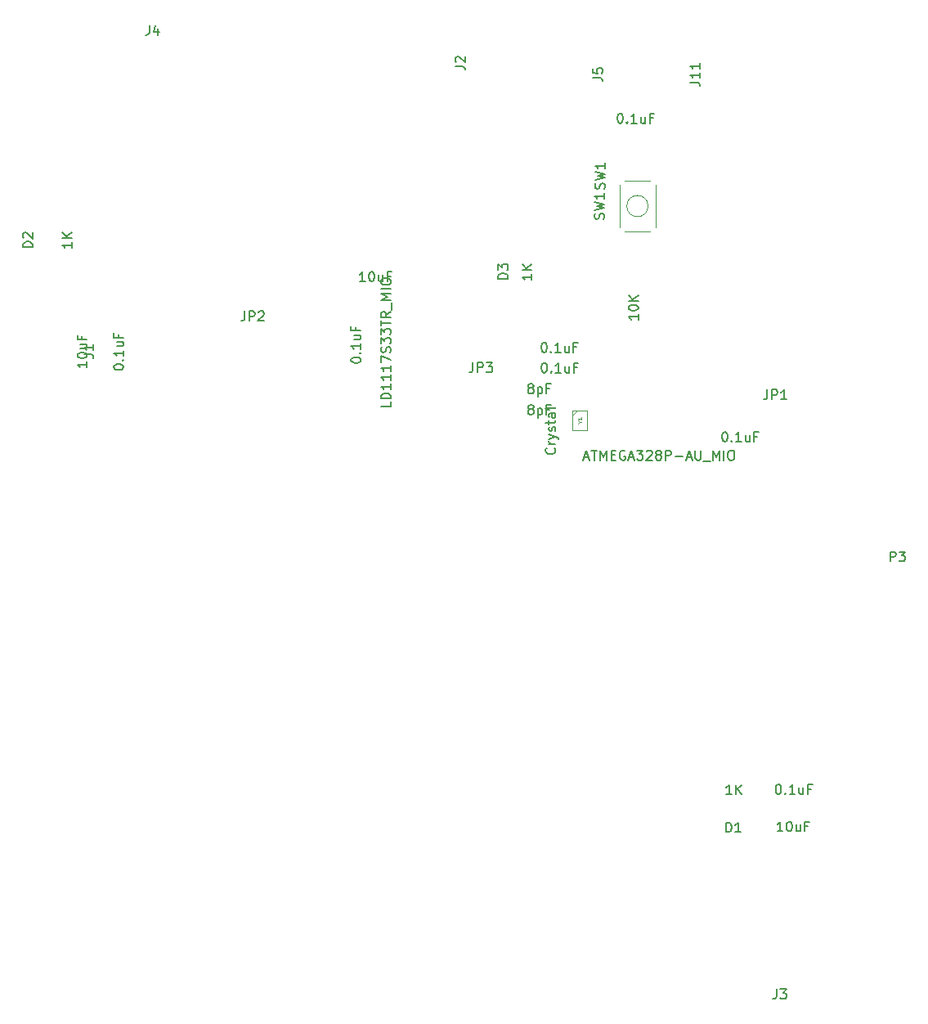
<source format=gbr>
G04 #@! TF.FileFunction,Other,Fab,Top*
%FSLAX46Y46*%
G04 Gerber Fmt 4.6, Leading zero omitted, Abs format (unit mm)*
G04 Created by KiCad (PCBNEW 4.0.6) date 10/03/17 07:00:37*
%MOMM*%
%LPD*%
G01*
G04 APERTURE LIST*
%ADD10C,0.100000*%
%ADD11C,0.150000*%
G04 APERTURE END LIST*
D10*
X144370000Y-61290000D02*
X142870000Y-61290000D01*
X142870000Y-61290000D02*
X142870000Y-63290000D01*
X142870000Y-63290000D02*
X144370000Y-63290000D01*
X144370000Y-63290000D02*
X144370000Y-61290000D01*
X143370000Y-61290000D02*
X142870000Y-61790000D01*
X147730000Y-42320000D02*
X147730000Y-37920000D01*
X148280000Y-37520000D02*
X150880000Y-37520000D01*
X151430000Y-37920000D02*
X151430000Y-42320000D01*
X150880000Y-42720000D02*
X148280000Y-42720000D01*
X150680000Y-40120000D02*
G75*
G03X150680000Y-40120000I-1100000J0D01*
G01*
D11*
X124020381Y-60379047D02*
X124020381Y-60855238D01*
X123020381Y-60855238D01*
X124020381Y-60045714D02*
X123020381Y-60045714D01*
X123020381Y-59807619D01*
X123068000Y-59664761D01*
X123163238Y-59569523D01*
X123258476Y-59521904D01*
X123448952Y-59474285D01*
X123591810Y-59474285D01*
X123782286Y-59521904D01*
X123877524Y-59569523D01*
X123972762Y-59664761D01*
X124020381Y-59807619D01*
X124020381Y-60045714D01*
X124020381Y-58521904D02*
X124020381Y-59093333D01*
X124020381Y-58807619D02*
X123020381Y-58807619D01*
X123163238Y-58902857D01*
X123258476Y-58998095D01*
X123306095Y-59093333D01*
X124020381Y-57569523D02*
X124020381Y-58140952D01*
X124020381Y-57855238D02*
X123020381Y-57855238D01*
X123163238Y-57950476D01*
X123258476Y-58045714D01*
X123306095Y-58140952D01*
X124020381Y-56617142D02*
X124020381Y-57188571D01*
X124020381Y-56902857D02*
X123020381Y-56902857D01*
X123163238Y-56998095D01*
X123258476Y-57093333D01*
X123306095Y-57188571D01*
X123020381Y-56283809D02*
X123020381Y-55617142D01*
X124020381Y-56045714D01*
X123972762Y-55283809D02*
X124020381Y-55140952D01*
X124020381Y-54902856D01*
X123972762Y-54807618D01*
X123925143Y-54759999D01*
X123829905Y-54712380D01*
X123734667Y-54712380D01*
X123639429Y-54759999D01*
X123591810Y-54807618D01*
X123544190Y-54902856D01*
X123496571Y-55093333D01*
X123448952Y-55188571D01*
X123401333Y-55236190D01*
X123306095Y-55283809D01*
X123210857Y-55283809D01*
X123115619Y-55236190D01*
X123068000Y-55188571D01*
X123020381Y-55093333D01*
X123020381Y-54855237D01*
X123068000Y-54712380D01*
X123020381Y-54379047D02*
X123020381Y-53759999D01*
X123401333Y-54093333D01*
X123401333Y-53950475D01*
X123448952Y-53855237D01*
X123496571Y-53807618D01*
X123591810Y-53759999D01*
X123829905Y-53759999D01*
X123925143Y-53807618D01*
X123972762Y-53855237D01*
X124020381Y-53950475D01*
X124020381Y-54236190D01*
X123972762Y-54331428D01*
X123925143Y-54379047D01*
X123020381Y-53426666D02*
X123020381Y-52807618D01*
X123401333Y-53140952D01*
X123401333Y-52998094D01*
X123448952Y-52902856D01*
X123496571Y-52855237D01*
X123591810Y-52807618D01*
X123829905Y-52807618D01*
X123925143Y-52855237D01*
X123972762Y-52902856D01*
X124020381Y-52998094D01*
X124020381Y-53283809D01*
X123972762Y-53379047D01*
X123925143Y-53426666D01*
X123020381Y-52521904D02*
X123020381Y-51950475D01*
X124020381Y-52236190D02*
X123020381Y-52236190D01*
X124020381Y-51045713D02*
X123544190Y-51379047D01*
X124020381Y-51617142D02*
X123020381Y-51617142D01*
X123020381Y-51236189D01*
X123068000Y-51140951D01*
X123115619Y-51093332D01*
X123210857Y-51045713D01*
X123353714Y-51045713D01*
X123448952Y-51093332D01*
X123496571Y-51140951D01*
X123544190Y-51236189D01*
X123544190Y-51617142D01*
X124115619Y-50855237D02*
X124115619Y-50093332D01*
X124020381Y-49855237D02*
X123020381Y-49855237D01*
X123734667Y-49521903D01*
X123020381Y-49188570D01*
X124020381Y-49188570D01*
X124020381Y-48712380D02*
X123020381Y-48712380D01*
X123020381Y-48045714D02*
X123020381Y-47855237D01*
X123068000Y-47759999D01*
X123163238Y-47664761D01*
X123353714Y-47617142D01*
X123687048Y-47617142D01*
X123877524Y-47664761D01*
X123972762Y-47759999D01*
X124020381Y-47855237D01*
X124020381Y-48045714D01*
X123972762Y-48140952D01*
X123877524Y-48236190D01*
X123687048Y-48283809D01*
X123353714Y-48283809D01*
X123163238Y-48236190D01*
X123068000Y-48140952D01*
X123020381Y-48045714D01*
X95352381Y-56832857D02*
X95352381Y-56737618D01*
X95400000Y-56642380D01*
X95447619Y-56594761D01*
X95542857Y-56547142D01*
X95733333Y-56499523D01*
X95971429Y-56499523D01*
X96161905Y-56547142D01*
X96257143Y-56594761D01*
X96304762Y-56642380D01*
X96352381Y-56737618D01*
X96352381Y-56832857D01*
X96304762Y-56928095D01*
X96257143Y-56975714D01*
X96161905Y-57023333D01*
X95971429Y-57070952D01*
X95733333Y-57070952D01*
X95542857Y-57023333D01*
X95447619Y-56975714D01*
X95400000Y-56928095D01*
X95352381Y-56832857D01*
X96257143Y-56070952D02*
X96304762Y-56023333D01*
X96352381Y-56070952D01*
X96304762Y-56118571D01*
X96257143Y-56070952D01*
X96352381Y-56070952D01*
X96352381Y-55070952D02*
X96352381Y-55642381D01*
X96352381Y-55356667D02*
X95352381Y-55356667D01*
X95495238Y-55451905D01*
X95590476Y-55547143D01*
X95638095Y-55642381D01*
X95685714Y-54213809D02*
X96352381Y-54213809D01*
X95685714Y-54642381D02*
X96209524Y-54642381D01*
X96304762Y-54594762D01*
X96352381Y-54499524D01*
X96352381Y-54356666D01*
X96304762Y-54261428D01*
X96257143Y-54213809D01*
X95828571Y-53404285D02*
X95828571Y-53737619D01*
X96352381Y-53737619D02*
X95352381Y-53737619D01*
X95352381Y-53261428D01*
X92572381Y-56241428D02*
X92572381Y-56812857D01*
X92572381Y-56527143D02*
X91572381Y-56527143D01*
X91715238Y-56622381D01*
X91810476Y-56717619D01*
X91858095Y-56812857D01*
X91572381Y-55622381D02*
X91572381Y-55527142D01*
X91620000Y-55431904D01*
X91667619Y-55384285D01*
X91762857Y-55336666D01*
X91953333Y-55289047D01*
X92191429Y-55289047D01*
X92381905Y-55336666D01*
X92477143Y-55384285D01*
X92524762Y-55431904D01*
X92572381Y-55527142D01*
X92572381Y-55622381D01*
X92524762Y-55717619D01*
X92477143Y-55765238D01*
X92381905Y-55812857D01*
X92191429Y-55860476D01*
X91953333Y-55860476D01*
X91762857Y-55812857D01*
X91667619Y-55765238D01*
X91620000Y-55717619D01*
X91572381Y-55622381D01*
X91905714Y-54431904D02*
X92572381Y-54431904D01*
X91905714Y-54860476D02*
X92429524Y-54860476D01*
X92524762Y-54812857D01*
X92572381Y-54717619D01*
X92572381Y-54574761D01*
X92524762Y-54479523D01*
X92477143Y-54431904D01*
X92048571Y-53622380D02*
X92048571Y-53955714D01*
X92572381Y-53955714D02*
X91572381Y-53955714D01*
X91572381Y-53479523D01*
X86932381Y-44378095D02*
X85932381Y-44378095D01*
X85932381Y-44140000D01*
X85980000Y-43997142D01*
X86075238Y-43901904D01*
X86170476Y-43854285D01*
X86360952Y-43806666D01*
X86503810Y-43806666D01*
X86694286Y-43854285D01*
X86789524Y-43901904D01*
X86884762Y-43997142D01*
X86932381Y-44140000D01*
X86932381Y-44378095D01*
X86027619Y-43425714D02*
X85980000Y-43378095D01*
X85932381Y-43282857D01*
X85932381Y-43044761D01*
X85980000Y-42949523D01*
X86027619Y-42901904D01*
X86122857Y-42854285D01*
X86218095Y-42854285D01*
X86360952Y-42901904D01*
X86932381Y-43473333D01*
X86932381Y-42854285D01*
X91002381Y-43864285D02*
X91002381Y-44435714D01*
X91002381Y-44150000D02*
X90002381Y-44150000D01*
X90145238Y-44245238D01*
X90240476Y-44340476D01*
X90288095Y-44435714D01*
X91002381Y-43435714D02*
X90002381Y-43435714D01*
X91002381Y-42864285D02*
X90430952Y-43292857D01*
X90002381Y-42864285D02*
X90573810Y-43435714D01*
X144054286Y-66136667D02*
X144530477Y-66136667D01*
X143959048Y-66422381D02*
X144292381Y-65422381D01*
X144625715Y-66422381D01*
X144816191Y-65422381D02*
X145387620Y-65422381D01*
X145101905Y-66422381D02*
X145101905Y-65422381D01*
X145720953Y-66422381D02*
X145720953Y-65422381D01*
X146054287Y-66136667D01*
X146387620Y-65422381D01*
X146387620Y-66422381D01*
X146863810Y-65898571D02*
X147197144Y-65898571D01*
X147340001Y-66422381D02*
X146863810Y-66422381D01*
X146863810Y-65422381D01*
X147340001Y-65422381D01*
X148292382Y-65470000D02*
X148197144Y-65422381D01*
X148054287Y-65422381D01*
X147911429Y-65470000D01*
X147816191Y-65565238D01*
X147768572Y-65660476D01*
X147720953Y-65850952D01*
X147720953Y-65993810D01*
X147768572Y-66184286D01*
X147816191Y-66279524D01*
X147911429Y-66374762D01*
X148054287Y-66422381D01*
X148149525Y-66422381D01*
X148292382Y-66374762D01*
X148340001Y-66327143D01*
X148340001Y-65993810D01*
X148149525Y-65993810D01*
X148720953Y-66136667D02*
X149197144Y-66136667D01*
X148625715Y-66422381D02*
X148959048Y-65422381D01*
X149292382Y-66422381D01*
X149530477Y-65422381D02*
X150149525Y-65422381D01*
X149816191Y-65803333D01*
X149959049Y-65803333D01*
X150054287Y-65850952D01*
X150101906Y-65898571D01*
X150149525Y-65993810D01*
X150149525Y-66231905D01*
X150101906Y-66327143D01*
X150054287Y-66374762D01*
X149959049Y-66422381D01*
X149673334Y-66422381D01*
X149578096Y-66374762D01*
X149530477Y-66327143D01*
X150530477Y-65517619D02*
X150578096Y-65470000D01*
X150673334Y-65422381D01*
X150911430Y-65422381D01*
X151006668Y-65470000D01*
X151054287Y-65517619D01*
X151101906Y-65612857D01*
X151101906Y-65708095D01*
X151054287Y-65850952D01*
X150482858Y-66422381D01*
X151101906Y-66422381D01*
X151673334Y-65850952D02*
X151578096Y-65803333D01*
X151530477Y-65755714D01*
X151482858Y-65660476D01*
X151482858Y-65612857D01*
X151530477Y-65517619D01*
X151578096Y-65470000D01*
X151673334Y-65422381D01*
X151863811Y-65422381D01*
X151959049Y-65470000D01*
X152006668Y-65517619D01*
X152054287Y-65612857D01*
X152054287Y-65660476D01*
X152006668Y-65755714D01*
X151959049Y-65803333D01*
X151863811Y-65850952D01*
X151673334Y-65850952D01*
X151578096Y-65898571D01*
X151530477Y-65946190D01*
X151482858Y-66041429D01*
X151482858Y-66231905D01*
X151530477Y-66327143D01*
X151578096Y-66374762D01*
X151673334Y-66422381D01*
X151863811Y-66422381D01*
X151959049Y-66374762D01*
X152006668Y-66327143D01*
X152054287Y-66231905D01*
X152054287Y-66041429D01*
X152006668Y-65946190D01*
X151959049Y-65898571D01*
X151863811Y-65850952D01*
X152482858Y-66422381D02*
X152482858Y-65422381D01*
X152863811Y-65422381D01*
X152959049Y-65470000D01*
X153006668Y-65517619D01*
X153054287Y-65612857D01*
X153054287Y-65755714D01*
X153006668Y-65850952D01*
X152959049Y-65898571D01*
X152863811Y-65946190D01*
X152482858Y-65946190D01*
X153482858Y-66041429D02*
X154244763Y-66041429D01*
X154673334Y-66136667D02*
X155149525Y-66136667D01*
X154578096Y-66422381D02*
X154911429Y-65422381D01*
X155244763Y-66422381D01*
X155578096Y-65422381D02*
X155578096Y-66231905D01*
X155625715Y-66327143D01*
X155673334Y-66374762D01*
X155768572Y-66422381D01*
X155959049Y-66422381D01*
X156054287Y-66374762D01*
X156101906Y-66327143D01*
X156149525Y-66231905D01*
X156149525Y-65422381D01*
X156387620Y-66517619D02*
X157149525Y-66517619D01*
X157387620Y-66422381D02*
X157387620Y-65422381D01*
X157720954Y-66136667D01*
X158054287Y-65422381D01*
X158054287Y-66422381D01*
X158530477Y-66422381D02*
X158530477Y-65422381D01*
X159197143Y-65422381D02*
X159387620Y-65422381D01*
X159482858Y-65470000D01*
X159578096Y-65565238D01*
X159625715Y-65755714D01*
X159625715Y-66089048D01*
X159578096Y-66279524D01*
X159482858Y-66374762D01*
X159387620Y-66422381D01*
X159197143Y-66422381D01*
X159101905Y-66374762D01*
X159006667Y-66279524D01*
X158959048Y-66089048D01*
X158959048Y-65755714D01*
X159006667Y-65565238D01*
X159101905Y-65470000D01*
X159197143Y-65422381D01*
X119932381Y-56102857D02*
X119932381Y-56007618D01*
X119980000Y-55912380D01*
X120027619Y-55864761D01*
X120122857Y-55817142D01*
X120313333Y-55769523D01*
X120551429Y-55769523D01*
X120741905Y-55817142D01*
X120837143Y-55864761D01*
X120884762Y-55912380D01*
X120932381Y-56007618D01*
X120932381Y-56102857D01*
X120884762Y-56198095D01*
X120837143Y-56245714D01*
X120741905Y-56293333D01*
X120551429Y-56340952D01*
X120313333Y-56340952D01*
X120122857Y-56293333D01*
X120027619Y-56245714D01*
X119980000Y-56198095D01*
X119932381Y-56102857D01*
X120837143Y-55340952D02*
X120884762Y-55293333D01*
X120932381Y-55340952D01*
X120884762Y-55388571D01*
X120837143Y-55340952D01*
X120932381Y-55340952D01*
X120932381Y-54340952D02*
X120932381Y-54912381D01*
X120932381Y-54626667D02*
X119932381Y-54626667D01*
X120075238Y-54721905D01*
X120170476Y-54817143D01*
X120218095Y-54912381D01*
X120265714Y-53483809D02*
X120932381Y-53483809D01*
X120265714Y-53912381D02*
X120789524Y-53912381D01*
X120884762Y-53864762D01*
X120932381Y-53769524D01*
X120932381Y-53626666D01*
X120884762Y-53531428D01*
X120837143Y-53483809D01*
X120408571Y-52674285D02*
X120408571Y-53007619D01*
X120932381Y-53007619D02*
X119932381Y-53007619D01*
X119932381Y-52531428D01*
X121378572Y-47912381D02*
X120807143Y-47912381D01*
X121092857Y-47912381D02*
X121092857Y-46912381D01*
X120997619Y-47055238D01*
X120902381Y-47150476D01*
X120807143Y-47198095D01*
X121997619Y-46912381D02*
X122092858Y-46912381D01*
X122188096Y-46960000D01*
X122235715Y-47007619D01*
X122283334Y-47102857D01*
X122330953Y-47293333D01*
X122330953Y-47531429D01*
X122283334Y-47721905D01*
X122235715Y-47817143D01*
X122188096Y-47864762D01*
X122092858Y-47912381D01*
X121997619Y-47912381D01*
X121902381Y-47864762D01*
X121854762Y-47817143D01*
X121807143Y-47721905D01*
X121759524Y-47531429D01*
X121759524Y-47293333D01*
X121807143Y-47102857D01*
X121854762Y-47007619D01*
X121902381Y-46960000D01*
X121997619Y-46912381D01*
X123188096Y-47245714D02*
X123188096Y-47912381D01*
X122759524Y-47245714D02*
X122759524Y-47769524D01*
X122807143Y-47864762D01*
X122902381Y-47912381D01*
X123045239Y-47912381D01*
X123140477Y-47864762D01*
X123188096Y-47817143D01*
X123997620Y-47388571D02*
X123664286Y-47388571D01*
X123664286Y-47912381D02*
X123664286Y-46912381D01*
X124140477Y-46912381D01*
X158751905Y-104922381D02*
X158751905Y-103922381D01*
X158990000Y-103922381D01*
X159132858Y-103970000D01*
X159228096Y-104065238D01*
X159275715Y-104160476D01*
X159323334Y-104350952D01*
X159323334Y-104493810D01*
X159275715Y-104684286D01*
X159228096Y-104779524D01*
X159132858Y-104874762D01*
X158990000Y-104922381D01*
X158751905Y-104922381D01*
X160275715Y-104922381D02*
X159704286Y-104922381D01*
X159990000Y-104922381D02*
X159990000Y-103922381D01*
X159894762Y-104065238D01*
X159799524Y-104160476D01*
X159704286Y-104208095D01*
X159345715Y-101032381D02*
X158774286Y-101032381D01*
X159060000Y-101032381D02*
X159060000Y-100032381D01*
X158964762Y-100175238D01*
X158869524Y-100270476D01*
X158774286Y-100318095D01*
X159774286Y-101032381D02*
X159774286Y-100032381D01*
X160345715Y-101032381D02*
X159917143Y-100460952D01*
X160345715Y-100032381D02*
X159774286Y-100603810D01*
X158567143Y-63492381D02*
X158662382Y-63492381D01*
X158757620Y-63540000D01*
X158805239Y-63587619D01*
X158852858Y-63682857D01*
X158900477Y-63873333D01*
X158900477Y-64111429D01*
X158852858Y-64301905D01*
X158805239Y-64397143D01*
X158757620Y-64444762D01*
X158662382Y-64492381D01*
X158567143Y-64492381D01*
X158471905Y-64444762D01*
X158424286Y-64397143D01*
X158376667Y-64301905D01*
X158329048Y-64111429D01*
X158329048Y-63873333D01*
X158376667Y-63682857D01*
X158424286Y-63587619D01*
X158471905Y-63540000D01*
X158567143Y-63492381D01*
X159329048Y-64397143D02*
X159376667Y-64444762D01*
X159329048Y-64492381D01*
X159281429Y-64444762D01*
X159329048Y-64397143D01*
X159329048Y-64492381D01*
X160329048Y-64492381D02*
X159757619Y-64492381D01*
X160043333Y-64492381D02*
X160043333Y-63492381D01*
X159948095Y-63635238D01*
X159852857Y-63730476D01*
X159757619Y-63778095D01*
X161186191Y-63825714D02*
X161186191Y-64492381D01*
X160757619Y-63825714D02*
X160757619Y-64349524D01*
X160805238Y-64444762D01*
X160900476Y-64492381D01*
X161043334Y-64492381D01*
X161138572Y-64444762D01*
X161186191Y-64397143D01*
X161995715Y-63968571D02*
X161662381Y-63968571D01*
X161662381Y-64492381D02*
X161662381Y-63492381D01*
X162138572Y-63492381D01*
X139887143Y-56362381D02*
X139982382Y-56362381D01*
X140077620Y-56410000D01*
X140125239Y-56457619D01*
X140172858Y-56552857D01*
X140220477Y-56743333D01*
X140220477Y-56981429D01*
X140172858Y-57171905D01*
X140125239Y-57267143D01*
X140077620Y-57314762D01*
X139982382Y-57362381D01*
X139887143Y-57362381D01*
X139791905Y-57314762D01*
X139744286Y-57267143D01*
X139696667Y-57171905D01*
X139649048Y-56981429D01*
X139649048Y-56743333D01*
X139696667Y-56552857D01*
X139744286Y-56457619D01*
X139791905Y-56410000D01*
X139887143Y-56362381D01*
X140649048Y-57267143D02*
X140696667Y-57314762D01*
X140649048Y-57362381D01*
X140601429Y-57314762D01*
X140649048Y-57267143D01*
X140649048Y-57362381D01*
X141649048Y-57362381D02*
X141077619Y-57362381D01*
X141363333Y-57362381D02*
X141363333Y-56362381D01*
X141268095Y-56505238D01*
X141172857Y-56600476D01*
X141077619Y-56648095D01*
X142506191Y-56695714D02*
X142506191Y-57362381D01*
X142077619Y-56695714D02*
X142077619Y-57219524D01*
X142125238Y-57314762D01*
X142220476Y-57362381D01*
X142363334Y-57362381D01*
X142458572Y-57314762D01*
X142506191Y-57267143D01*
X143315715Y-56838571D02*
X142982381Y-56838571D01*
X142982381Y-57362381D02*
X142982381Y-56362381D01*
X143458572Y-56362381D01*
X139867143Y-54252381D02*
X139962382Y-54252381D01*
X140057620Y-54300000D01*
X140105239Y-54347619D01*
X140152858Y-54442857D01*
X140200477Y-54633333D01*
X140200477Y-54871429D01*
X140152858Y-55061905D01*
X140105239Y-55157143D01*
X140057620Y-55204762D01*
X139962382Y-55252381D01*
X139867143Y-55252381D01*
X139771905Y-55204762D01*
X139724286Y-55157143D01*
X139676667Y-55061905D01*
X139629048Y-54871429D01*
X139629048Y-54633333D01*
X139676667Y-54442857D01*
X139724286Y-54347619D01*
X139771905Y-54300000D01*
X139867143Y-54252381D01*
X140629048Y-55157143D02*
X140676667Y-55204762D01*
X140629048Y-55252381D01*
X140581429Y-55204762D01*
X140629048Y-55157143D01*
X140629048Y-55252381D01*
X141629048Y-55252381D02*
X141057619Y-55252381D01*
X141343333Y-55252381D02*
X141343333Y-54252381D01*
X141248095Y-54395238D01*
X141152857Y-54490476D01*
X141057619Y-54538095D01*
X142486191Y-54585714D02*
X142486191Y-55252381D01*
X142057619Y-54585714D02*
X142057619Y-55109524D01*
X142105238Y-55204762D01*
X142200476Y-55252381D01*
X142343334Y-55252381D01*
X142438572Y-55204762D01*
X142486191Y-55157143D01*
X143295715Y-54728571D02*
X142962381Y-54728571D01*
X142962381Y-55252381D02*
X142962381Y-54252381D01*
X143438572Y-54252381D01*
X108896667Y-51002381D02*
X108896667Y-51716667D01*
X108849047Y-51859524D01*
X108753809Y-51954762D01*
X108610952Y-52002381D01*
X108515714Y-52002381D01*
X109372857Y-52002381D02*
X109372857Y-51002381D01*
X109753810Y-51002381D01*
X109849048Y-51050000D01*
X109896667Y-51097619D01*
X109944286Y-51192857D01*
X109944286Y-51335714D01*
X109896667Y-51430952D01*
X109849048Y-51478571D01*
X109753810Y-51526190D01*
X109372857Y-51526190D01*
X110325238Y-51097619D02*
X110372857Y-51050000D01*
X110468095Y-51002381D01*
X110706191Y-51002381D01*
X110801429Y-51050000D01*
X110849048Y-51097619D01*
X110896667Y-51192857D01*
X110896667Y-51288095D01*
X110849048Y-51430952D01*
X110277619Y-52002381D01*
X110896667Y-52002381D01*
X132546667Y-56322381D02*
X132546667Y-57036667D01*
X132499047Y-57179524D01*
X132403809Y-57274762D01*
X132260952Y-57322381D01*
X132165714Y-57322381D01*
X133022857Y-57322381D02*
X133022857Y-56322381D01*
X133403810Y-56322381D01*
X133499048Y-56370000D01*
X133546667Y-56417619D01*
X133594286Y-56512857D01*
X133594286Y-56655714D01*
X133546667Y-56750952D01*
X133499048Y-56798571D01*
X133403810Y-56846190D01*
X133022857Y-56846190D01*
X133927619Y-56322381D02*
X134546667Y-56322381D01*
X134213333Y-56703333D01*
X134356191Y-56703333D01*
X134451429Y-56750952D01*
X134499048Y-56798571D01*
X134546667Y-56893810D01*
X134546667Y-57131905D01*
X134499048Y-57227143D01*
X134451429Y-57274762D01*
X134356191Y-57322381D01*
X134070476Y-57322381D01*
X133975238Y-57274762D01*
X133927619Y-57227143D01*
X138443809Y-58960952D02*
X138348571Y-58913333D01*
X138300952Y-58865714D01*
X138253333Y-58770476D01*
X138253333Y-58722857D01*
X138300952Y-58627619D01*
X138348571Y-58580000D01*
X138443809Y-58532381D01*
X138634286Y-58532381D01*
X138729524Y-58580000D01*
X138777143Y-58627619D01*
X138824762Y-58722857D01*
X138824762Y-58770476D01*
X138777143Y-58865714D01*
X138729524Y-58913333D01*
X138634286Y-58960952D01*
X138443809Y-58960952D01*
X138348571Y-59008571D01*
X138300952Y-59056190D01*
X138253333Y-59151429D01*
X138253333Y-59341905D01*
X138300952Y-59437143D01*
X138348571Y-59484762D01*
X138443809Y-59532381D01*
X138634286Y-59532381D01*
X138729524Y-59484762D01*
X138777143Y-59437143D01*
X138824762Y-59341905D01*
X138824762Y-59151429D01*
X138777143Y-59056190D01*
X138729524Y-59008571D01*
X138634286Y-58960952D01*
X139253333Y-58865714D02*
X139253333Y-59865714D01*
X139253333Y-58913333D02*
X139348571Y-58865714D01*
X139539048Y-58865714D01*
X139634286Y-58913333D01*
X139681905Y-58960952D01*
X139729524Y-59056190D01*
X139729524Y-59341905D01*
X139681905Y-59437143D01*
X139634286Y-59484762D01*
X139539048Y-59532381D01*
X139348571Y-59532381D01*
X139253333Y-59484762D01*
X140491429Y-59008571D02*
X140158095Y-59008571D01*
X140158095Y-59532381D02*
X140158095Y-58532381D01*
X140634286Y-58532381D01*
X138443809Y-61140952D02*
X138348571Y-61093333D01*
X138300952Y-61045714D01*
X138253333Y-60950476D01*
X138253333Y-60902857D01*
X138300952Y-60807619D01*
X138348571Y-60760000D01*
X138443809Y-60712381D01*
X138634286Y-60712381D01*
X138729524Y-60760000D01*
X138777143Y-60807619D01*
X138824762Y-60902857D01*
X138824762Y-60950476D01*
X138777143Y-61045714D01*
X138729524Y-61093333D01*
X138634286Y-61140952D01*
X138443809Y-61140952D01*
X138348571Y-61188571D01*
X138300952Y-61236190D01*
X138253333Y-61331429D01*
X138253333Y-61521905D01*
X138300952Y-61617143D01*
X138348571Y-61664762D01*
X138443809Y-61712381D01*
X138634286Y-61712381D01*
X138729524Y-61664762D01*
X138777143Y-61617143D01*
X138824762Y-61521905D01*
X138824762Y-61331429D01*
X138777143Y-61236190D01*
X138729524Y-61188571D01*
X138634286Y-61140952D01*
X139253333Y-61045714D02*
X139253333Y-62045714D01*
X139253333Y-61093333D02*
X139348571Y-61045714D01*
X139539048Y-61045714D01*
X139634286Y-61093333D01*
X139681905Y-61140952D01*
X139729524Y-61236190D01*
X139729524Y-61521905D01*
X139681905Y-61617143D01*
X139634286Y-61664762D01*
X139539048Y-61712381D01*
X139348571Y-61712381D01*
X139253333Y-61664762D01*
X140491429Y-61188571D02*
X140158095Y-61188571D01*
X140158095Y-61712381D02*
X140158095Y-60712381D01*
X140634286Y-60712381D01*
X136162381Y-47648095D02*
X135162381Y-47648095D01*
X135162381Y-47410000D01*
X135210000Y-47267142D01*
X135305238Y-47171904D01*
X135400476Y-47124285D01*
X135590952Y-47076666D01*
X135733810Y-47076666D01*
X135924286Y-47124285D01*
X136019524Y-47171904D01*
X136114762Y-47267142D01*
X136162381Y-47410000D01*
X136162381Y-47648095D01*
X135162381Y-46743333D02*
X135162381Y-46124285D01*
X135543333Y-46457619D01*
X135543333Y-46314761D01*
X135590952Y-46219523D01*
X135638571Y-46171904D01*
X135733810Y-46124285D01*
X135971905Y-46124285D01*
X136067143Y-46171904D01*
X136114762Y-46219523D01*
X136162381Y-46314761D01*
X136162381Y-46600476D01*
X136114762Y-46695714D01*
X136067143Y-46743333D01*
X138632381Y-47164285D02*
X138632381Y-47735714D01*
X138632381Y-47450000D02*
X137632381Y-47450000D01*
X137775238Y-47545238D01*
X137870476Y-47640476D01*
X137918095Y-47735714D01*
X138632381Y-46735714D02*
X137632381Y-46735714D01*
X138632381Y-46164285D02*
X138060952Y-46592857D01*
X137632381Y-46164285D02*
X138203810Y-46735714D01*
X175761905Y-76902381D02*
X175761905Y-75902381D01*
X176142858Y-75902381D01*
X176238096Y-75950000D01*
X176285715Y-75997619D01*
X176333334Y-76092857D01*
X176333334Y-76235714D01*
X176285715Y-76330952D01*
X176238096Y-76378571D01*
X176142858Y-76426190D01*
X175761905Y-76426190D01*
X176666667Y-75902381D02*
X177285715Y-75902381D01*
X176952381Y-76283333D01*
X177095239Y-76283333D01*
X177190477Y-76330952D01*
X177238096Y-76378571D01*
X177285715Y-76473810D01*
X177285715Y-76711905D01*
X177238096Y-76807143D01*
X177190477Y-76854762D01*
X177095239Y-76902381D01*
X176809524Y-76902381D01*
X176714286Y-76854762D01*
X176666667Y-76807143D01*
X155035541Y-27301923D02*
X155749827Y-27301923D01*
X155892684Y-27349543D01*
X155987922Y-27444781D01*
X156035541Y-27587638D01*
X156035541Y-27682876D01*
X156035541Y-26301923D02*
X156035541Y-26873352D01*
X156035541Y-26587638D02*
X155035541Y-26587638D01*
X155178398Y-26682876D01*
X155273636Y-26778114D01*
X155321255Y-26873352D01*
X156035541Y-25349542D02*
X156035541Y-25920971D01*
X156035541Y-25635257D02*
X155035541Y-25635257D01*
X155178398Y-25730495D01*
X155273636Y-25825733D01*
X155321255Y-25920971D01*
X140985743Y-65167915D02*
X141033362Y-65215534D01*
X141080981Y-65358391D01*
X141080981Y-65453629D01*
X141033362Y-65596487D01*
X140938124Y-65691725D01*
X140842886Y-65739344D01*
X140652410Y-65786963D01*
X140509552Y-65786963D01*
X140319076Y-65739344D01*
X140223838Y-65691725D01*
X140128600Y-65596487D01*
X140080981Y-65453629D01*
X140080981Y-65358391D01*
X140128600Y-65215534D01*
X140176219Y-65167915D01*
X141080981Y-64739344D02*
X140414314Y-64739344D01*
X140604790Y-64739344D02*
X140509552Y-64691725D01*
X140461933Y-64644106D01*
X140414314Y-64548868D01*
X140414314Y-64453629D01*
X140414314Y-64215534D02*
X141080981Y-63977439D01*
X140414314Y-63739343D02*
X141080981Y-63977439D01*
X141319076Y-64072677D01*
X141366695Y-64120296D01*
X141414314Y-64215534D01*
X141033362Y-63406010D02*
X141080981Y-63310772D01*
X141080981Y-63120296D01*
X141033362Y-63025057D01*
X140938124Y-62977438D01*
X140890505Y-62977438D01*
X140795267Y-63025057D01*
X140747648Y-63120296D01*
X140747648Y-63263153D01*
X140700029Y-63358391D01*
X140604790Y-63406010D01*
X140557171Y-63406010D01*
X140461933Y-63358391D01*
X140414314Y-63263153D01*
X140414314Y-63120296D01*
X140461933Y-63025057D01*
X140414314Y-62691724D02*
X140414314Y-62310772D01*
X140080981Y-62548867D02*
X140938124Y-62548867D01*
X141033362Y-62501248D01*
X141080981Y-62406010D01*
X141080981Y-62310772D01*
X141080981Y-61548866D02*
X140557171Y-61548866D01*
X140461933Y-61596485D01*
X140414314Y-61691723D01*
X140414314Y-61882200D01*
X140461933Y-61977438D01*
X141033362Y-61548866D02*
X141080981Y-61644104D01*
X141080981Y-61882200D01*
X141033362Y-61977438D01*
X140938124Y-62025057D01*
X140842886Y-62025057D01*
X140747648Y-61977438D01*
X140700029Y-61882200D01*
X140700029Y-61644104D01*
X140652410Y-61548866D01*
X141080981Y-60929819D02*
X141033362Y-61025057D01*
X140938124Y-61072676D01*
X140080981Y-61072676D01*
D10*
X143610476Y-62480475D02*
X143800952Y-62480475D01*
X143400952Y-62613809D02*
X143610476Y-62480475D01*
X143400952Y-62347142D01*
X143800952Y-62004285D02*
X143800952Y-62232857D01*
X143800952Y-62118571D02*
X143400952Y-62118571D01*
X143458095Y-62156666D01*
X143496190Y-62194761D01*
X143515238Y-62232857D01*
D11*
X149652381Y-51310476D02*
X149652381Y-51881905D01*
X149652381Y-51596191D02*
X148652381Y-51596191D01*
X148795238Y-51691429D01*
X148890476Y-51786667D01*
X148938095Y-51881905D01*
X148652381Y-50691429D02*
X148652381Y-50596190D01*
X148700000Y-50500952D01*
X148747619Y-50453333D01*
X148842857Y-50405714D01*
X149033333Y-50358095D01*
X149271429Y-50358095D01*
X149461905Y-50405714D01*
X149557143Y-50453333D01*
X149604762Y-50500952D01*
X149652381Y-50596190D01*
X149652381Y-50691429D01*
X149604762Y-50786667D01*
X149557143Y-50834286D01*
X149461905Y-50881905D01*
X149271429Y-50929524D01*
X149033333Y-50929524D01*
X148842857Y-50881905D01*
X148747619Y-50834286D01*
X148700000Y-50786667D01*
X148652381Y-50691429D01*
X149652381Y-49929524D02*
X148652381Y-49929524D01*
X149652381Y-49358095D02*
X149080952Y-49786667D01*
X148652381Y-49358095D02*
X149223810Y-49929524D01*
X146144762Y-38333333D02*
X146192381Y-38190476D01*
X146192381Y-37952380D01*
X146144762Y-37857142D01*
X146097143Y-37809523D01*
X146001905Y-37761904D01*
X145906667Y-37761904D01*
X145811429Y-37809523D01*
X145763810Y-37857142D01*
X145716190Y-37952380D01*
X145668571Y-38142857D01*
X145620952Y-38238095D01*
X145573333Y-38285714D01*
X145478095Y-38333333D01*
X145382857Y-38333333D01*
X145287619Y-38285714D01*
X145240000Y-38238095D01*
X145192381Y-38142857D01*
X145192381Y-37904761D01*
X145240000Y-37761904D01*
X145192381Y-37428571D02*
X146192381Y-37190476D01*
X145478095Y-36999999D01*
X146192381Y-36809523D01*
X145192381Y-36571428D01*
X146192381Y-35666666D02*
X146192381Y-36238095D01*
X146192381Y-35952381D02*
X145192381Y-35952381D01*
X145335238Y-36047619D01*
X145430476Y-36142857D01*
X145478095Y-36238095D01*
X146084762Y-41453333D02*
X146132381Y-41310476D01*
X146132381Y-41072380D01*
X146084762Y-40977142D01*
X146037143Y-40929523D01*
X145941905Y-40881904D01*
X145846667Y-40881904D01*
X145751429Y-40929523D01*
X145703810Y-40977142D01*
X145656190Y-41072380D01*
X145608571Y-41262857D01*
X145560952Y-41358095D01*
X145513333Y-41405714D01*
X145418095Y-41453333D01*
X145322857Y-41453333D01*
X145227619Y-41405714D01*
X145180000Y-41358095D01*
X145132381Y-41262857D01*
X145132381Y-41024761D01*
X145180000Y-40881904D01*
X145132381Y-40548571D02*
X146132381Y-40310476D01*
X145418095Y-40119999D01*
X146132381Y-39929523D01*
X145132381Y-39691428D01*
X146132381Y-38786666D02*
X146132381Y-39358095D01*
X146132381Y-39072381D02*
X145132381Y-39072381D01*
X145275238Y-39167619D01*
X145370476Y-39262857D01*
X145418095Y-39358095D01*
X92262381Y-55463333D02*
X92976667Y-55463333D01*
X93119524Y-55510953D01*
X93214762Y-55606191D01*
X93262381Y-55749048D01*
X93262381Y-55844286D01*
X93262381Y-54463333D02*
X93262381Y-55034762D01*
X93262381Y-54749048D02*
X92262381Y-54749048D01*
X92405238Y-54844286D01*
X92500476Y-54939524D01*
X92548095Y-55034762D01*
X163996667Y-121192381D02*
X163996667Y-121906667D01*
X163949047Y-122049524D01*
X163853809Y-122144762D01*
X163710952Y-122192381D01*
X163615714Y-122192381D01*
X164377619Y-121192381D02*
X164996667Y-121192381D01*
X164663333Y-121573333D01*
X164806191Y-121573333D01*
X164901429Y-121620952D01*
X164949048Y-121668571D01*
X164996667Y-121763810D01*
X164996667Y-122001905D01*
X164949048Y-122097143D01*
X164901429Y-122144762D01*
X164806191Y-122192381D01*
X164520476Y-122192381D01*
X164425238Y-122144762D01*
X164377619Y-122097143D01*
X130702381Y-25643333D02*
X131416667Y-25643333D01*
X131559524Y-25690953D01*
X131654762Y-25786191D01*
X131702381Y-25929048D01*
X131702381Y-26024286D01*
X130797619Y-25214762D02*
X130750000Y-25167143D01*
X130702381Y-25071905D01*
X130702381Y-24833809D01*
X130750000Y-24738571D01*
X130797619Y-24690952D01*
X130892857Y-24643333D01*
X130988095Y-24643333D01*
X131130952Y-24690952D01*
X131702381Y-25262381D01*
X131702381Y-24643333D01*
X99026667Y-21422381D02*
X99026667Y-22136667D01*
X98979047Y-22279524D01*
X98883809Y-22374762D01*
X98740952Y-22422381D01*
X98645714Y-22422381D01*
X99931429Y-21755714D02*
X99931429Y-22422381D01*
X99693333Y-21374762D02*
X99455238Y-22089048D01*
X100074286Y-22089048D01*
X164127143Y-99992381D02*
X164222382Y-99992381D01*
X164317620Y-100040000D01*
X164365239Y-100087619D01*
X164412858Y-100182857D01*
X164460477Y-100373333D01*
X164460477Y-100611429D01*
X164412858Y-100801905D01*
X164365239Y-100897143D01*
X164317620Y-100944762D01*
X164222382Y-100992381D01*
X164127143Y-100992381D01*
X164031905Y-100944762D01*
X163984286Y-100897143D01*
X163936667Y-100801905D01*
X163889048Y-100611429D01*
X163889048Y-100373333D01*
X163936667Y-100182857D01*
X163984286Y-100087619D01*
X164031905Y-100040000D01*
X164127143Y-99992381D01*
X164889048Y-100897143D02*
X164936667Y-100944762D01*
X164889048Y-100992381D01*
X164841429Y-100944762D01*
X164889048Y-100897143D01*
X164889048Y-100992381D01*
X165889048Y-100992381D02*
X165317619Y-100992381D01*
X165603333Y-100992381D02*
X165603333Y-99992381D01*
X165508095Y-100135238D01*
X165412857Y-100230476D01*
X165317619Y-100278095D01*
X166746191Y-100325714D02*
X166746191Y-100992381D01*
X166317619Y-100325714D02*
X166317619Y-100849524D01*
X166365238Y-100944762D01*
X166460476Y-100992381D01*
X166603334Y-100992381D01*
X166698572Y-100944762D01*
X166746191Y-100897143D01*
X167555715Y-100468571D02*
X167222381Y-100468571D01*
X167222381Y-100992381D02*
X167222381Y-99992381D01*
X167698572Y-99992381D01*
X164628572Y-104842381D02*
X164057143Y-104842381D01*
X164342857Y-104842381D02*
X164342857Y-103842381D01*
X164247619Y-103985238D01*
X164152381Y-104080476D01*
X164057143Y-104128095D01*
X165247619Y-103842381D02*
X165342858Y-103842381D01*
X165438096Y-103890000D01*
X165485715Y-103937619D01*
X165533334Y-104032857D01*
X165580953Y-104223333D01*
X165580953Y-104461429D01*
X165533334Y-104651905D01*
X165485715Y-104747143D01*
X165438096Y-104794762D01*
X165342858Y-104842381D01*
X165247619Y-104842381D01*
X165152381Y-104794762D01*
X165104762Y-104747143D01*
X165057143Y-104651905D01*
X165009524Y-104461429D01*
X165009524Y-104223333D01*
X165057143Y-104032857D01*
X165104762Y-103937619D01*
X165152381Y-103890000D01*
X165247619Y-103842381D01*
X166438096Y-104175714D02*
X166438096Y-104842381D01*
X166009524Y-104175714D02*
X166009524Y-104699524D01*
X166057143Y-104794762D01*
X166152381Y-104842381D01*
X166295239Y-104842381D01*
X166390477Y-104794762D01*
X166438096Y-104747143D01*
X167247620Y-104318571D02*
X166914286Y-104318571D01*
X166914286Y-104842381D02*
X166914286Y-103842381D01*
X167390477Y-103842381D01*
X147747143Y-30542381D02*
X147842382Y-30542381D01*
X147937620Y-30590000D01*
X147985239Y-30637619D01*
X148032858Y-30732857D01*
X148080477Y-30923333D01*
X148080477Y-31161429D01*
X148032858Y-31351905D01*
X147985239Y-31447143D01*
X147937620Y-31494762D01*
X147842382Y-31542381D01*
X147747143Y-31542381D01*
X147651905Y-31494762D01*
X147604286Y-31447143D01*
X147556667Y-31351905D01*
X147509048Y-31161429D01*
X147509048Y-30923333D01*
X147556667Y-30732857D01*
X147604286Y-30637619D01*
X147651905Y-30590000D01*
X147747143Y-30542381D01*
X148509048Y-31447143D02*
X148556667Y-31494762D01*
X148509048Y-31542381D01*
X148461429Y-31494762D01*
X148509048Y-31447143D01*
X148509048Y-31542381D01*
X149509048Y-31542381D02*
X148937619Y-31542381D01*
X149223333Y-31542381D02*
X149223333Y-30542381D01*
X149128095Y-30685238D01*
X149032857Y-30780476D01*
X148937619Y-30828095D01*
X150366191Y-30875714D02*
X150366191Y-31542381D01*
X149937619Y-30875714D02*
X149937619Y-31399524D01*
X149985238Y-31494762D01*
X150080476Y-31542381D01*
X150223334Y-31542381D01*
X150318572Y-31494762D01*
X150366191Y-31447143D01*
X151175715Y-31018571D02*
X150842381Y-31018571D01*
X150842381Y-31542381D02*
X150842381Y-30542381D01*
X151318572Y-30542381D01*
X144961901Y-26820453D02*
X145676187Y-26820453D01*
X145819044Y-26868073D01*
X145914282Y-26963311D01*
X145961901Y-27106168D01*
X145961901Y-27201406D01*
X144961901Y-25868072D02*
X144961901Y-26344263D01*
X145438091Y-26391882D01*
X145390472Y-26344263D01*
X145342853Y-26249025D01*
X145342853Y-26010929D01*
X145390472Y-25915691D01*
X145438091Y-25868072D01*
X145533330Y-25820453D01*
X145771425Y-25820453D01*
X145866663Y-25868072D01*
X145914282Y-25915691D01*
X145961901Y-26010929D01*
X145961901Y-26249025D01*
X145914282Y-26344263D01*
X145866663Y-26391882D01*
X163026667Y-59132381D02*
X163026667Y-59846667D01*
X162979047Y-59989524D01*
X162883809Y-60084762D01*
X162740952Y-60132381D01*
X162645714Y-60132381D01*
X163502857Y-60132381D02*
X163502857Y-59132381D01*
X163883810Y-59132381D01*
X163979048Y-59180000D01*
X164026667Y-59227619D01*
X164074286Y-59322857D01*
X164074286Y-59465714D01*
X164026667Y-59560952D01*
X163979048Y-59608571D01*
X163883810Y-59656190D01*
X163502857Y-59656190D01*
X165026667Y-60132381D02*
X164455238Y-60132381D01*
X164740952Y-60132381D02*
X164740952Y-59132381D01*
X164645714Y-59275238D01*
X164550476Y-59370476D01*
X164455238Y-59418095D01*
M02*

</source>
